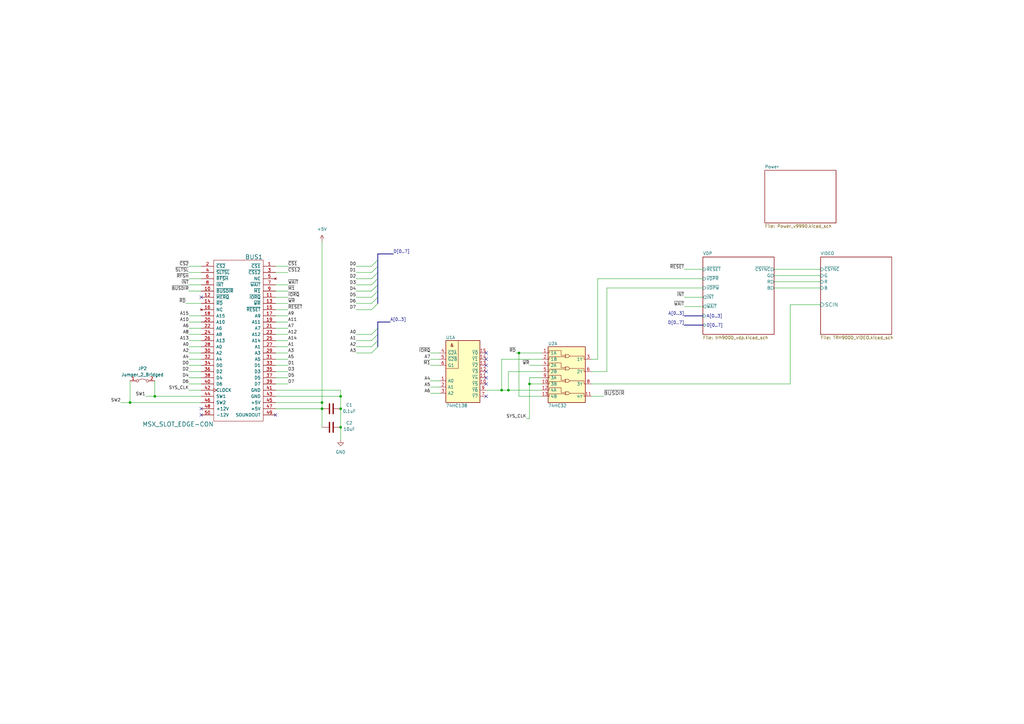
<source format=kicad_sch>
(kicad_sch (version 20230121) (generator eeschema)
  (paper "A3")
  (title_block (title "TRH9000") (date "2024-03-19") (rev "1.6") (company "The Retro Hacker") (comment 2 "Shared under CERN-OHL-S license") (comment 3 "TRH9000 - Open Source MSX Graphics Card based on the Yamaha V9990") (comment 4 "Designed  by: Cristiano Goncalves"))
  (lib_symbols
    (symbol "Device:C" (pin_numbers hide) (pin_names (offset 0.254))
      (property "Reference" "C" (at 0.635 2.54 0))
      (property "Value" "C" (at 0.635 -2.54 0))
      (symbol "C_0_1"
        (polyline (pts (xy -2.032 -0.762) (xy 2.032 -0.762)) (stroke (width 0.508)))
        (polyline (pts (xy -2.032 0.762) (xy 2.032 0.762)) (stroke (width 0.508)))
      )
      (symbol "C_1_1"
        (pin passive line (at 0 3.81 270) (length 2.794) (name "~") (number "1"))
        (pin passive line (at 0 -3.81 90) (length 2.794) (name "~") (number "2"))
      )
    )
    (symbol "Jumper:Jumper_2_Bridged" (pin_names (offset 0) hide)
      (property "Reference" "JP" (at 0 1.905 0))
      (property "Value" "Jumper_2_Bridged" (at 0 -2.54 0))
      (symbol "Jumper_2_Bridged_0_0"
        (circle (center -2.032 0) (radius 0.508))
        (circle (center 2.032 0) (radius 0.508))
      )
      (symbol "Jumper_2_Bridged_0_1"
        (arc (start 1.524 0.254) (mid 0 0.762) (end -1.524 0.254))
      )
      (symbol "Jumper_2_Bridged_1_1"
        (pin passive line (at -5.08 0 0) (length 2.54) (name "A") (number "1"))
        (pin passive line (at 5.08 0 180) (length 2.54) (name "B") (number "2"))
      )
    )
    (symbol "TRH9000:74VHC138" (pin_names (offset 0.762))
      (property "Reference" "U1" (at -6.35 13.97 0))
      (property "Value" "74VHC138" (at -6.35 -13.97 0))
      (symbol "74VHC138_1_0"
        (polyline (pts (xy -1.27 12.7) (xy -1.27 1.27) (xy -6.35 1.27) (xy -6.35 1.27)))
        (text "&" (at -3.81 10.795 0) (effects (font (size 1.27 1.27))))
      )
      (symbol "74VHC138_1_1"
        (rectangle (start -6.35 12.7) (end 7.62 -12.7) (stroke (width 0.254)) (fill (type background)))
        (pin input line (at -8.89 -3.81 0) (length 2.54) (name "A0") (number "1"))
        (pin output line (at 10.16 -5.08 180) (length 2.54) (name "~{Y5}") (number "10"))
        (pin output line (at 10.16 -2.54 180) (length 2.54) (name "~{Y4}") (number "11"))
        (pin output line (at 10.16 0 180) (length 2.54) (name "~{Y3}") (number "12"))
        (pin output line (at 10.16 2.54 180) (length 2.54) (name "~{Y2}") (number "13"))
        (pin output line (at 10.16 5.08 180) (length 2.54) (name "~{Y1}") (number "14"))
        (pin output line (at 10.16 7.62 180) (length 2.54) (name "~{Y0}") (number "15"))
        (pin input line (at -8.89 -6.35 0) (length 2.54) (name "A1") (number "2"))
        (pin input line (at -8.89 -8.89 0) (length 2.54) (name "A2") (number "3"))
        (pin input line (at -8.89 7.62 0) (length 2.54) (name "~{G2A}") (number "4"))
        (pin input line (at -8.89 5.08 0) (length 2.54) (name "~{G2B}") (number "5"))
        (pin input line (at -8.89 2.54 0) (length 2.54) (name "G1") (number "6"))
        (pin output line (at 10.16 -10.16 180) (length 2.54) (name "~{Y7}") (number "7"))
        (pin output line (at 10.16 -7.62 180) (length 2.54) (name "~{Y6}") (number "9"))
      )
      (symbol "74VHC138_2_0"
        (rectangle (start -2.54 5.08) (end 2.54 -5.08) (stroke (width 0.254)) (fill (type background)))
        (pin power_in line (at 0 7.62 270) (length 2.54) (name "VCC") (number "16"))
      )
      (symbol "74VHC138_2_1"
        (pin power_in line (at 0 -7.62 90) (length 2.54) (name "GND") (number "8"))
      )
    )
    (symbol "TRH9000:MSX_SLOT_EDGE-CON" (pin_names (offset 1.016)) (in_bom no)
      (property "Reference" "BUS1" (at -6.35 34.29 0))
      (property "Value" "MSX_SLOT_EDGE-CON" (at 10.16 -34.29 0))
      (symbol "MSX_SLOT_EDGE-CON_0_1"
        (rectangle (start -10.16 -33.02) (end 10.16 33.02))
      )
      (symbol "MSX_SLOT_EDGE-CON_1_1"
        (pin output line (at -15.24 30.48 0) (length 5.08) (name "~{CS1}") (number "1"))
        (pin bidirectional line (at 15.24 20.32 180) (length 5.08) (name "~{BUSDIR}") (number "10"))
        (pin output line (at -15.24 17.78 0) (length 5.08) (name "~{IORQ}") (number "11"))
        (pin input line (at 15.24 17.78 180) (length 5.08) (name "~{MERQ}") (number "12"))
        (pin output line (at -15.24 15.24 0) (length 5.08) (name "~{WR}") (number "13"))
        (pin output line (at 15.24 15.24 180) (length 5.08) (name "~{RD}") (number "14"))
        (pin output line (at -15.24 12.7 0) (length 5.08) (name "~{RESET}") (number "15"))
        (pin no_connect line (at 15.24 12.7 180) (length 5.08) (name "NC") (number "16"))
        (pin output line (at -15.24 10.16 0) (length 5.08) (name "A9") (number "17"))
        (pin output line (at 15.24 10.16 180) (length 5.08) (name "A15") (number "18"))
        (pin output line (at -15.24 7.62 0) (length 5.08) (name "A11") (number "19"))
        (pin output line (at 15.24 30.48 180) (length 5.08) (name "~{CS2}") (number "2"))
        (pin output line (at 15.24 7.62 180) (length 5.08) (name "A10") (number "20"))
        (pin output line (at -15.24 5.08 0) (length 5.08) (name "A7") (number "21"))
        (pin output line (at 15.24 5.08 180) (length 5.08) (name "A6") (number "22"))
        (pin output line (at -15.24 2.54 0) (length 5.08) (name "A12") (number "23"))
        (pin output line (at 15.24 2.54 180) (length 5.08) (name "A8") (number "24"))
        (pin output line (at -15.24 0 0) (length 5.08) (name "A14") (number "25"))
        (pin output line (at 15.24 0 180) (length 5.08) (name "A13") (number "26"))
        (pin output line (at -15.24 -2.54 0) (length 5.08) (name "A1") (number "27"))
        (pin output line (at 15.24 -2.54 180) (length 5.08) (name "A0") (number "28"))
        (pin output line (at -15.24 -5.08 0) (length 5.08) (name "A3") (number "29"))
        (pin output line (at -15.24 27.94 0) (length 5.08) (name "~{CS12}") (number "3"))
        (pin output line (at 15.24 -5.08 180) (length 5.08) (name "A2") (number "30"))
        (pin output line (at -15.24 -7.62 0) (length 5.08) (name "A5") (number "31"))
        (pin output line (at 15.24 -7.62 180) (length 5.08) (name "A4") (number "32"))
        (pin tri_state line (at -15.24 -10.16 0) (length 5.08) (name "D1") (number "33"))
        (pin tri_state line (at 15.24 -10.16 180) (length 5.08) (name "D0") (number "34"))
        (pin tri_state line (at -15.24 -12.7 0) (length 5.08) (name "D3") (number "35"))
        (pin tri_state line (at 15.24 -12.7 180) (length 5.08) (name "D2~{}") (number "36"))
        (pin tri_state line (at -15.24 -15.24 0) (length 5.08) (name "D5") (number "37"))
        (pin tri_state line (at 15.24 -15.24 180) (length 5.08) (name "D4") (number "38"))
        (pin tri_state line (at -15.24 -17.78 0) (length 5.08) (name "D7") (number "39"))
        (pin output line (at 15.24 27.94 180) (length 5.08) (name "~{SLTSL}") (number "4"))
        (pin tri_state line (at 15.24 -17.78 180) (length 5.08) (name "D6") (number "40"))
        (pin power_in line (at -15.24 -20.32 0) (length 5.08) (name "GND") (number "41"))
        (pin output clock (at 15.24 -20.32 180) (length 5.08) (name "CLOCK") (number "42"))
        (pin power_in line (at -15.24 -22.86 0) (length 5.08) (name "GND") (number "43"))
        (pin passive line (at 15.24 -22.86 180) (length 5.08) (name "SW1") (number "44"))
        (pin power_in line (at -15.24 -25.4 0) (length 5.08) (name "+5V") (number "45"))
        (pin passive line (at 15.24 -25.4 180) (length 5.08) (name "SW2") (number "46"))
        (pin power_in line (at -15.24 -27.94 0) (length 5.08) (name "+5V") (number "47"))
        (pin power_in line (at 15.24 -27.94 180) (length 5.08) (name "+12V") (number "48"))
        (pin output line (at -15.24 -30.48 0) (length 5.08) (name "SOUNDOUT") (number "49"))
        (pin no_connect line (at -15.24 25.4 0) (length 5.08) (name "NC") (number "5"))
        (pin power_in line (at 15.24 -30.48 180) (length 5.08) (name "-12V") (number "50"))
        (pin output line (at 15.24 25.4 180) (length 5.08) (name "~{RFSH}") (number "6"))
        (pin input line (at -15.24 22.86 0) (length 5.08) (name "~{WAIT}") (number "7"))
        (pin open_collector line (at 15.24 22.86 180) (length 5.08) (name "~{INT}") (number "8"))
        (pin output line (at -15.24 20.32 0) (length 5.08) (name "~{M1}") (number "9"))
      )
    )
    (symbol "TRH9000:T.I_SN74AHCT32D" (pin_names (offset 1))
      (property "Reference" "U5" (at -22.86 17.78 0))
      (property "Value" "T.I_SN74AHCT32D" (at -22.86 15.24 0))
      (symbol "T.I_SN74AHCT32D_1_1"
        (rectangle (start -7.62 12.7) (end 7.62 -10.16) (stroke (width 0.254)) (fill (type background)))
        (arc (start -0.635 -6.985) (mid -0.372 -6.35) (end -0.635 -5.715))
        (arc (start -0.635 -1.905) (mid -0.372 -1.27) (end -0.635 -0.635))
        (arc (start -0.635 3.175) (mid -0.372 3.81) (end -0.635 4.445))
        (arc (start -0.635 8.255) (mid -0.372 8.89) (end -0.635 9.525))
        (polyline (pts (xy -0.635 -6.604) (xy -0.508 -6.604)))
        (polyline (pts (xy -0.635 -6.096) (xy -0.508 -6.096)))
        (polyline (pts (xy -0.635 -1.524) (xy -0.508 -1.524)))
        (polyline (pts (xy -0.635 -1.016) (xy -0.508 -1.016)))
        (polyline (pts (xy -0.635 3.556) (xy -0.508 3.556)))
        (polyline (pts (xy -0.635 4.064) (xy -0.508 4.064)))
        (polyline (pts (xy -0.635 8.636) (xy -0.508 8.636)))
        (polyline (pts (xy -0.635 9.144) (xy -0.508 9.144)))
        (polyline (pts (xy 0.635 -6.985) (xy -0.635 -6.985)))
        (polyline (pts (xy 0.635 -5.715) (xy -0.635 -5.715)))
        (polyline (pts (xy 0.635 -1.905) (xy -0.635 -1.905)))
        (polyline (pts (xy 0.635 -0.635) (xy -0.635 -0.635)))
        (polyline (pts (xy 0.635 3.175) (xy -0.635 3.175)))
        (polyline (pts (xy 0.635 4.445) (xy -0.635 4.445)))
        (polyline (pts (xy 0.635 8.255) (xy -0.635 8.255)))
        (polyline (pts (xy 0.635 9.525) (xy -0.635 9.525)))
        (polyline (pts (xy 0.635 -5.715) (xy 1.27 -6.35) (xy 0.635 -6.985)))
        (polyline (pts (xy 0.635 -0.635) (xy 1.27 -1.27) (xy 0.635 -1.905)))
        (polyline (pts (xy 0.635 4.445) (xy 1.27 3.81) (xy 0.635 3.175)))
        (polyline (pts (xy 0.635 9.525) (xy 1.27 8.89) (xy 0.635 8.255)))
        (polyline (pts (xy -0.635 -6.096) (xy -2.286 -6.096) (xy -2.286 -4.064) (xy -3.81 -4.064)))
        (polyline (pts (xy -0.635 -1.016) (xy -2.286 -1.016) (xy -2.286 1.016) (xy -3.81 1.016)))
        (polyline (pts (xy -0.635 4.064) (xy -2.286 4.064) (xy -2.286 6.096) (xy -3.81 6.096)))
        (polyline (pts (xy -0.635 9.144) (xy -2.286 9.144) (xy -2.286 11.176) (xy -3.81 11.176)))
        (polyline (pts (xy -3.81 -4.064) (xy -3.81 -4.064) (xy -7.112 -4.064) (xy -7.112 -5.08) (xy -7.62 -5.08)))
        (polyline (pts (xy -3.81 1.016) (xy -3.81 1.016) (xy -7.112 1.016) (xy -7.112 0) (xy -7.62 0)))
        (polyline (pts (xy -3.81 6.096) (xy -3.81 6.096) (xy -7.112 6.096) (xy -7.112 5.08) (xy -7.62 5.08)))
        (polyline (pts (xy -3.81 11.176) (xy -3.81 11.176) (xy -7.112 11.176) (xy -7.112 10.16) (xy -7.62 10.16)))
        (polyline (pts (xy -0.635 -6.604) (xy -3.81 -6.604) (xy -7.112 -6.604) (xy -7.112 -7.62) (xy -7.62 -7.62)))
        (polyline (pts (xy -0.635 -1.524) (xy -3.81 -1.524) (xy -7.112 -1.524) (xy -7.112 -2.54) (xy -7.62 -2.54)))
        (polyline (pts (xy -0.635 3.556) (xy -3.81 3.556) (xy -7.112 3.556) (xy -7.112 2.54) (xy -7.62 2.54)))
        (polyline (pts (xy -0.635 8.636) (xy -3.81 8.636) (xy -7.112 8.636) (xy -7.112 7.62) (xy -7.62 7.62)))
        (polyline (pts (xy 1.27 -6.35) (xy 3.81 -6.35) (xy 7.112 -6.35) (xy 7.112 -7.62) (xy 7.62 -7.62)))
        (polyline (pts (xy 1.27 -1.27) (xy 3.81 -1.27) (xy 7.112 -1.27) (xy 7.112 -2.54) (xy 7.62 -2.54)))
        (polyline (pts (xy 1.27 3.81) (xy 3.81 3.81) (xy 7.112 3.81) (xy 7.112 2.54) (xy 7.62 2.54)))
        (polyline (pts (xy 1.27 8.89) (xy 3.81 8.89) (xy 7.112 8.89) (xy 7.112 7.62) (xy 7.62 7.62)))
        (pin input line (at -10.16 10.16 0) (length 2.54) (name "1A") (number "1"))
        (pin input line (at -10.16 -2.54 0) (length 2.54) (name "3B") (number "10"))
        (pin output line (at 10.16 -7.62 180) (length 2.54) (name "4Y") (number "11"))
        (pin input line (at -10.16 -5.08 0) (length 2.54) (name "4A") (number "12"))
        (pin input line (at -10.16 -7.62 0) (length 2.54) (name "4B") (number "13"))
        (pin input line (at -10.16 7.62 0) (length 2.54) (name "1B") (number "2"))
        (pin output line (at 10.16 7.62 180) (length 2.54) (name "1Y") (number "3"))
        (pin input line (at -10.16 5.08 0) (length 2.54) (name "2A") (number "4"))
        (pin input line (at -10.16 2.54 0) (length 2.54) (name "2B") (number "5"))
        (pin output line (at 10.16 2.54 180) (length 2.54) (name "2Y") (number "6"))
        (pin output line (at 10.16 -2.54 180) (length 2.54) (name "3Y") (number "8"))
        (pin input line (at -10.16 0 0) (length 2.54) (name "3A") (number "9"))
      )
      (symbol "T.I_SN74AHCT32D_2_0"
        (text "GND" (at 0 -1.27 0) (effects (font (size 1.27 1.27))))
        (text "VCC" (at 0 1.27 0) (effects (font (size 1.27 1.27))))
      )
      (symbol "T.I_SN74AHCT32D_2_1"
        (rectangle (start -2.54 2.54) (end 2.54 -2.54) (fill (type background)))
        (pin power_in line (at 0 5.08 270) (length 2.54) (name "VCC") (number "14"))
        (pin power_in line (at 0 -5.08 90) (length 2.54) (name "GND") (number "7"))
      )
    )
    (symbol "power:+5V" (power) (pin_names (offset 0))
      (property "Value" "+5V" (at 0 3.556 0))
      (symbol "+5V_0_1"
        (polyline (pts (xy -0.762 1.27) (xy 0 2.54)))
        (polyline (pts (xy 0 0) (xy 0 2.54)))
        (polyline (pts (xy 0 2.54) (xy 0.762 1.27)))
      )
      (symbol "+5V_1_1"
        (pin power_in line (at 0 0 90) (length 0) hide (name "+5V") (number "1"))
      )
    )
    (symbol "power:GND" (power) (pin_names (offset 0))
      (property "Value" "GND" (at 0 -3.81 0))
      (symbol "GND_0_1"
        (polyline (pts (xy 0 0) (xy 0 -1.27) (xy 1.27 -1.27) (xy 0 -2.54) (xy -1.27 -1.27) (xy 0 -1.27)))
      )
      (symbol "GND_1_1"
        (pin power_in line (at 0 0 270) (length 0) hide (name "GND") (number "1"))
      )
    )
  )
  (junction (at 208.534 160.02))
  (junction (at 139.7 175.26))
  (junction (at 139.7 167.64))
  (junction (at 132.08 167.64))
  (junction (at 205.74 160.02))
  (junction (at 132.08 165.1))
  (junction (at 53.34 165.1))
  (junction (at 212.852 144.78))
  (junction (at 63.5 162.56))
  (junction (at 217.17 157.48))
  (junction (at 139.7 162.56))
  (no_connect (at 82.55 121.92))
  (no_connect (at 199.39 152.4))
  (no_connect (at 199.39 162.56))
  (no_connect (at 199.39 144.78))
  (no_connect (at 199.39 147.32))
  (no_connect (at 199.39 154.94))
  (no_connect (at 199.39 157.48))
  (no_connect (at 199.39 149.86))
  (no_connect (at 82.55 167.64))
  (no_connect (at 82.55 170.18))
  (no_connect (at 113.03 170.18))
  (bus_entry (at 154.94 139.7) (size -2.54 2.54))
  (bus_entry (at 154.94 114.3) (size -2.54 2.54))
  (bus_entry (at 154.94 134.62) (size -2.54 2.54))
  (bus_entry (at 154.94 121.92) (size -2.54 2.54))
  (bus_entry (at 154.94 106.68) (size -2.54 2.54))
  (bus_entry (at 154.94 116.84) (size -2.54 2.54))
  (bus_entry (at 154.94 119.38) (size -2.54 2.54))
  (bus_entry (at 154.94 111.76) (size -2.54 2.54))
  (bus_entry (at 154.94 142.24) (size -2.54 2.54))
  (bus_entry (at 154.94 124.46) (size -2.54 2.54))
  (bus_entry (at 154.94 137.16) (size -2.54 2.54))
  (bus_entry (at 154.94 109.22) (size -2.54 2.54))
  (wire (pts (xy 113.03 157.48) (xy 118.11 157.48)))
  (wire (pts (xy 245.11 114.3) (xy 245.11 147.32)))
  (wire (pts (xy 215.9 171.704) (xy 217.17 171.704)))
  (wire (pts (xy 59.69 162.56) (xy 63.5 162.56)))
  (wire (pts (xy 242.57 147.32) (xy 245.11 147.32)))
  (wire (pts (xy 113.03 132.08) (xy 118.11 132.08)))
  (wire (pts (xy 205.74 147.32) (xy 222.25 147.32)))
  (wire (pts (xy 49.53 165.1) (xy 53.34 165.1)))
  (wire (pts (xy 113.03 134.62) (xy 118.11 134.62)))
  (wire (pts (xy 205.74 160.02) (xy 208.534 160.02)))
  (wire (pts (xy 113.03 165.1) (xy 132.08 165.1)))
  (bus (pts (xy 154.94 109.22) (xy 154.94 111.76)))
  (wire (pts (xy 77.47 149.86) (xy 82.55 149.86)))
  (bus (pts (xy 154.94 121.92) (xy 154.94 124.46)))
  (wire (pts (xy 113.03 142.24) (xy 118.11 142.24)))
  (wire (pts (xy 113.03 152.4) (xy 118.11 152.4)))
  (wire (pts (xy 113.03 147.32) (xy 118.11 147.32)))
  (wire (pts (xy 146.05 124.46) (xy 152.4 124.46)))
  (wire (pts (xy 317.5 115.57) (xy 336.55 115.57)))
  (wire (pts (xy 280.67 110.49) (xy 288.29 110.49)))
  (wire (pts (xy 146.05 111.76) (xy 152.4 111.76)))
  (wire (pts (xy 208.534 160.02) (xy 222.25 160.02)))
  (wire (pts (xy 146.05 109.22) (xy 152.4 109.22)))
  (wire (pts (xy 113.03 162.56) (xy 139.7 162.56)))
  (bus (pts (xy 280.67 129.54) (xy 288.29 129.54)))
  (wire (pts (xy 146.05 127) (xy 152.4 127)))
  (wire (pts (xy 248.92 152.4) (xy 242.57 152.4)))
  (wire (pts (xy 217.17 171.704) (xy 217.17 157.48)))
  (wire (pts (xy 139.7 167.64) (xy 139.7 175.26)))
  (wire (pts (xy 113.03 116.84) (xy 118.11 116.84)))
  (wire (pts (xy 77.47 137.16) (xy 82.55 137.16)))
  (wire (pts (xy 208.534 152.4) (xy 208.534 160.02)))
  (wire (pts (xy 212.852 144.78) (xy 222.25 144.78)))
  (bus (pts (xy 154.94 132.08) (xy 154.94 134.62)))
  (wire (pts (xy 146.05 144.78) (xy 152.4 144.78)))
  (bus (pts (xy 154.94 114.3) (xy 154.94 116.84)))
  (bus (pts (xy 161.29 104.14) (xy 154.94 104.14)))
  (bus (pts (xy 154.94 106.68) (xy 154.94 109.22)))
  (bus (pts (xy 154.94 116.84) (xy 154.94 119.38)))
  (wire (pts (xy 77.47 139.7) (xy 82.55 139.7)))
  (wire (pts (xy 146.05 142.24) (xy 152.4 142.24)))
  (wire (pts (xy 217.17 154.94) (xy 222.25 154.94)))
  (wire (pts (xy 77.47 157.48) (xy 82.55 157.48)))
  (wire (pts (xy 77.47 109.22) (xy 82.55 109.22)))
  (wire (pts (xy 176.53 147.32) (xy 180.34 147.32)))
  (wire (pts (xy 245.11 114.3) (xy 288.29 114.3)))
  (wire (pts (xy 176.53 156.21) (xy 180.34 156.21)))
  (wire (pts (xy 176.53 161.29) (xy 180.34 161.29)))
  (bus (pts (xy 154.94 139.7) (xy 154.94 142.24)))
  (wire (pts (xy 288.29 118.11) (xy 248.92 118.11)))
  (wire (pts (xy 63.5 156.21) (xy 63.5 162.56)))
  (wire (pts (xy 113.03 149.86) (xy 118.11 149.86)))
  (wire (pts (xy 146.05 137.16) (xy 152.4 137.16)))
  (wire (pts (xy 53.34 156.21) (xy 53.34 165.1)))
  (wire (pts (xy 113.03 127) (xy 118.11 127)))
  (wire (pts (xy 77.47 147.32) (xy 82.55 147.32)))
  (wire (pts (xy 132.08 99.06) (xy 132.08 165.1)))
  (wire (pts (xy 113.03 139.7) (xy 118.11 139.7)))
  (wire (pts (xy 317.5 118.11) (xy 336.55 118.11)))
  (wire (pts (xy 77.47 129.54) (xy 82.55 129.54)))
  (wire (pts (xy 77.47 154.94) (xy 82.55 154.94)))
  (wire (pts (xy 63.5 162.56) (xy 82.55 162.56)))
  (wire (pts (xy 247.65 162.56) (xy 242.57 162.56)))
  (wire (pts (xy 248.92 118.11) (xy 248.92 152.4)))
  (wire (pts (xy 113.03 111.76) (xy 118.11 111.76)))
  (wire (pts (xy 77.47 114.3) (xy 82.55 114.3)))
  (wire (pts (xy 77.47 134.62) (xy 82.55 134.62)))
  (wire (pts (xy 113.03 144.78) (xy 118.11 144.78)))
  (wire (pts (xy 113.03 154.94) (xy 118.11 154.94)))
  (wire (pts (xy 217.17 154.94) (xy 217.17 157.48)))
  (wire (pts (xy 113.03 119.38) (xy 118.11 119.38)))
  (wire (pts (xy 113.03 167.64) (xy 132.08 167.64)))
  (wire (pts (xy 211.582 144.78) (xy 212.852 144.78)))
  (wire (pts (xy 132.08 167.64) (xy 132.08 175.26)))
  (bus (pts (xy 280.67 133.35) (xy 288.29 133.35)))
  (wire (pts (xy 113.03 124.46) (xy 118.11 124.46)))
  (wire (pts (xy 77.47 144.78) (xy 82.55 144.78)))
  (wire (pts (xy 280.67 121.92) (xy 288.29 121.92)))
  (wire (pts (xy 217.17 157.48) (xy 222.25 157.48)))
  (wire (pts (xy 146.05 119.38) (xy 152.4 119.38)))
  (wire (pts (xy 199.39 160.02) (xy 205.74 160.02)))
  (wire (pts (xy 212.852 162.56) (xy 222.25 162.56)))
  (bus (pts (xy 154.94 137.16) (xy 154.94 139.7)))
  (wire (pts (xy 317.5 113.03) (xy 336.55 113.03)))
  (wire (pts (xy 76.2 124.46) (xy 82.55 124.46)))
  (wire (pts (xy 324.104 124.968) (xy 324.104 157.48)))
  (wire (pts (xy 336.55 124.968) (xy 324.104 124.968)))
  (wire (pts (xy 139.7 175.26) (xy 139.7 180.34)))
  (bus (pts (xy 154.94 111.76) (xy 154.94 114.3)))
  (wire (pts (xy 113.03 129.54) (xy 118.11 129.54)))
  (wire (pts (xy 77.47 132.08) (xy 82.55 132.08)))
  (wire (pts (xy 77.47 111.76) (xy 82.55 111.76)))
  (wire (pts (xy 217.17 149.86) (xy 222.25 149.86)))
  (bus (pts (xy 154.94 104.14) (xy 154.94 106.68)))
  (wire (pts (xy 212.852 144.78) (xy 212.852 162.56)))
  (wire (pts (xy 280.67 125.73) (xy 288.29 125.73)))
  (wire (pts (xy 113.03 109.22) (xy 118.11 109.22)))
  (wire (pts (xy 176.53 149.86) (xy 180.34 149.86)))
  (wire (pts (xy 146.05 116.84) (xy 152.4 116.84)))
  (wire (pts (xy 77.47 116.84) (xy 82.55 116.84)))
  (wire (pts (xy 205.74 147.32) (xy 205.74 160.02)))
  (wire (pts (xy 242.57 157.48) (xy 324.104 157.48)))
  (wire (pts (xy 146.05 114.3) (xy 152.4 114.3)))
  (wire (pts (xy 77.47 160.02) (xy 82.55 160.02)))
  (wire (pts (xy 317.5 110.49) (xy 336.55 110.49)))
  (wire (pts (xy 77.47 152.4) (xy 82.55 152.4)))
  (wire (pts (xy 139.7 162.56) (xy 139.7 167.64)))
  (bus (pts (xy 154.94 137.16) (xy 154.94 134.62)))
  (wire (pts (xy 146.05 139.7) (xy 152.4 139.7)))
  (wire (pts (xy 113.03 137.16) (xy 118.11 137.16)))
  (wire (pts (xy 139.7 160.02) (xy 139.7 162.56)))
  (wire (pts (xy 53.34 165.1) (xy 82.55 165.1)))
  (bus (pts (xy 154.94 119.38) (xy 154.94 121.92)))
  (wire (pts (xy 208.534 152.4) (xy 222.25 152.4)))
  (wire (pts (xy 77.47 142.24) (xy 82.55 142.24)))
  (wire (pts (xy 113.03 160.02) (xy 139.7 160.02)))
  (wire (pts (xy 132.08 165.1) (xy 132.08 167.64)))
  (wire (pts (xy 176.53 158.75) (xy 180.34 158.75)))
  (bus (pts (xy 154.94 132.08) (xy 160.02 132.08)))
  (wire (pts (xy 146.05 121.92) (xy 152.4 121.92)))
  (wire (pts (xy 77.47 119.38) (xy 82.55 119.38)))
  (wire (pts (xy 176.53 144.78) (xy 180.34 144.78)))
  (wire (pts (xy 113.03 121.92) (xy 118.11 121.92)))
  (label "~{WAIT}" (at 118.11 116.84 0))
  (label "~{RESET}" (at 280.67 110.49 180))
  (label "A7" (at 118.11 134.62 0))
  (label "SYS_CLK" (at 77.47 160.02 180))
  (label "SYS_CLK" (at 215.9 171.704 180))
  (label "~{WR}" (at 217.17 149.86 180))
  (label "A2" (at 146.05 142.24 180))
  (label "~{M1}" (at 176.53 149.86 180))
  (label "D5" (at 118.11 154.94 0))
  (label "A8" (at 77.47 137.16 180))
  (label "A3" (at 146.05 144.78 180))
  (label "A0" (at 146.05 137.16 180))
  (label "A6" (at 176.53 161.29 180))
  (label "A9" (at 118.11 129.54 0))
  (label "~{RD}" (at 211.582 144.78 180))
  (label "A5" (at 118.11 147.32 0))
  (label "A2" (at 77.47 144.78 180))
  (label "A6" (at 77.47 134.62 180))
  (label "A[0..3]" (at 160.02 132.08 0))
  (label "~{BUSDIR}" (at 247.65 162.56 0) (effects (font (size 1.524 1.524))))
  (label "~{RD}" (at 76.2 124.46 180))
  (label "~{RFSH}" (at 77.47 114.3 180))
  (label "D7" (at 146.05 127 180))
  (label "D[0..7]" (at 161.29 104.14 0))
  (label "A[0..3]" (at 280.67 129.54 180))
  (label "~{CS1}" (at 118.11 109.22 0))
  (label "A1" (at 146.05 139.7 180))
  (label "~{WR}" (at 118.11 124.46 0))
  (label "~{INT}" (at 77.47 116.84 180))
  (label "A14" (at 118.11 139.7 0))
  (label "A5" (at 176.53 158.75 180))
  (label "D5" (at 146.05 121.92 180))
  (label "~{M1}" (at 118.11 119.38 0))
  (label "A7" (at 176.53 147.32 180))
  (label "A4" (at 176.53 156.21 180))
  (label "A13" (at 77.47 139.7 180))
  (label "~{INT}" (at 280.67 121.92 180))
  (label "~{IORQ}" (at 118.11 121.92 0))
  (label "A11" (at 118.11 132.08 0))
  (label "D4" (at 146.05 119.38 180))
  (label "A4" (at 77.47 147.32 180))
  (label "SW1" (at 59.69 162.56 180))
  (label "D[0..7]" (at 280.67 133.35 180))
  (label "A15" (at 77.47 129.54 180))
  (label "D0" (at 77.47 149.86 180))
  (label "SW2" (at 49.53 165.1 180))
  (label "~{WAIT}" (at 280.67 125.73 180))
  (label "A3" (at 118.11 144.78 0))
  (label "D7" (at 118.11 157.48 0))
  (label "D0" (at 146.05 109.22 180))
  (label "A1" (at 118.11 142.24 0))
  (label "~{CS2}" (at 77.47 109.22 180))
  (label "D2" (at 146.05 114.3 180))
  (label "D6" (at 146.05 124.46 180))
  (label "~{BUSDIR}" (at 77.47 119.38 180))
  (label "D1" (at 146.05 111.76 180))
  (label "D2" (at 77.47 152.4 180))
  (label "D3" (at 118.11 152.4 0))
  (label "~{IORQ}" (at 176.53 144.78 180))
  (label "~{SLTSL}" (at 77.47 111.76 180))
  (label "D3" (at 146.05 116.84 180))
  (label "~{RESET}" (at 118.11 127 0))
  (label "A0" (at 77.47 142.24 180))
  (label "A10" (at 77.47 132.08 180))
  (label "~{CS12}" (at 118.11 111.76 0))
  (label "D1" (at 118.11 149.86 0))
  (label "D6" (at 77.47 157.48 180))
  (label "D4" (at 77.47 154.94 180))
  (label "A12" (at 118.11 137.16 0))
  (symbol (lib_id "Device:C") (at 135.89 175.26 90) (unit 1)
    (property "Reference" "C2" (at 143.256 173.482 90))
    (property "Value" "10uF" (at 143.256 176.022 90))
    (property "Footprint" "Capacitor_SMD:C_0805_2012Metric" (effects hide))
  )
  (symbol (lib_id "Device:C") (at 135.89 167.64 90) (unit 1)
    (property "Reference" "C1" (at 143.256 166.116 90))
    (property "Value" "0.1uF" (at 143.256 168.656 90))
    (property "Footprint" "Capacitor_SMD:C_0805_2012Metric" (effects hide))
  )
  (symbol (lib_id "TRH9000:T.I_SN74AHCT32D") (at 232.41 154.94 0) (unit 1)
    (property "Reference" "U2" (at 224.79 140.97 0) (effects (justify left)))
    (property "Value" "74HC32" (at 224.79 166.37 0) (effects (justify left)))
    (property "Footprint" "Package_SO:SO-14_3.9x8.65mm_P1.27mm" (effects hide))
    (property "Datasheet" "https://www.ti.com/general/docs/suppproductinfo.tsp?distId=10&gotoUrl=https%3A%2F%2Fwww.ti.com%2Flit%2Fgpn%2Fsn74ahct32" (effects hide))
    (property "MPN" "74HC32" (effects hide))
    (property "DK_Detail_Page" "https://www.digikey.se/en/products/detail/texas-instruments/SN74AHCT32DGVR/376444" (effects hide))
    (property "Description" "OR Gate, 4 Channel, 14-TVSOP, 7.9nS" (effects hide))
    (property "Manufacturer" "Texas Instruments" (effects hide))
    (property "Status" "Active" (effects hide))
  )
  (symbol (lib_id "power:GND") (at 139.7 180.34 0) (unit 1)
    (property "Reference" "#PWR02" (effects hide))
    (property "Value" "GND" (at 139.7 185.42 0))
  )
  (symbol (lib_id "Jumper:Jumper_2_Bridged") (at 58.42 156.21 0) (unit 1)
    (property "Reference" "JP2" (at 58.42 151.13 0))
    (property "Value" "Jumper_2_Bridged" (at 58.42 153.67 0))
    (property "Footprint" "Jumper:SolderJumper-2_P1.3mm_Bridged_Pad1.0x1.5mm" (effects hide))
  )
  (symbol (lib_id "TRH9000:MSX_SLOT_EDGE-CON") (at 97.79 139.7 0) (mirror y) (unit 1) (in_bom no)
    (property "Reference" "BUS1" (at 104.14 105.41 0) (effects (font (size 1.778 1.778))))
    (property "Value" "MSX_SLOT_EDGE-CON" (at 87.63 173.99 0) (effects (font (size 1.778 1.778)) (justify left)))
    (property "Footprint" "trh9000:msx_cartridge" (effects hide))
    (property "Datasheet" "https://www.msx.org/wiki/MSX_Cartridge_slot#Pinout_of_Standard_MSX_Cartridge_slot" (effects hide))
    (property "Manufacturer" "n/a" (effects hide))
    (property "MPN" "n/a" (effects hide))
  )
  (symbol (lib_id "TRH9000:74VHC138") (at 189.23 152.4 0) (unit 1)
    (property "Reference" "U1" (at 182.88 138.43 0) (effects (justify left)))
    (property "Value" "74HC138" (at 182.88 166.37 0) (effects (justify left)))
    (property "Footprint" "Package_SO:SO-16_3.9x9.9mm_P1.27mm" (effects hide))
    (property "Datasheet" "https://media.digikey.com/pdf/Data%20Sheets/Toshiba%20PDFs/TC74VHC138F,FN,FT,FK.pdf" (effects hide))
    (property "MPN" "74HC138" (effects hide))
    (property "Manufacturer" " Toshiba Semiconductor and Storage" (effects hide))
  )
  (symbol (lib_id "power:+5V") (at 132.08 99.06 0) (unit 1)
    (property "Reference" "#PWR01" (effects hide))
    (property "Value" "+5V" (at 132.08 93.98 0))
  )
  (sheet (at 313.69 69.85) (size 29.21 21.59) (stroke (width 0.1524))
    (property "Sheetname" "Power" (at 313.69 69.1384 0) (effects (justify left bottom)))
    (property "Sheetfile" "Power_v9990.kicad_sch" (at 313.69 92.0246 0) (effects (justify left top)))
  )
  (sheet (at 288.29 105.41) (size 29.21 31.75) (stroke (width 0.1524))
    (property "Sheetname" "VDP" (at 288.29 104.6984 0) (effects (justify left bottom)))
    (property "Sheetfile" "trh9000_vdp.kicad_sch" (at 288.29 137.7446 0) (effects (justify left top)))
    (pin "~{RESET}" input (at 288.29 110.49 180))
    (pin "G" output (at 317.5 113.03 0))
    (pin "R" output (at 317.5 115.57 0))
    (pin "B" output (at 317.5 118.11 0))
    (pin "~{VDPR}" input (at 288.29 114.3 180))
    (pin "~{VDPW}" input (at 288.29 118.11 180))
    (pin "~{INT}" output (at 288.29 121.92 180))
    (pin "~{WAIT}" output (at 288.29 125.73 180))
    (pin "~{CSYNC}" output (at 317.5 110.49 0))
    (pin "D[0..7]" bidirectional (at 288.29 133.35 180))
    (pin "A[0..3]" input (at 288.29 129.54 180))
  )
  (sheet (at 336.55 105.41) (size 29.21 31.75) (stroke (width 0.1524))
    (property "Sheetname" "VIDEO" (at 336.55 104.6984 0) (effects (justify left bottom)))
    (property "Sheetfile" "TRH9000_VIDEO.kicad_sch" (at 336.55 137.7446 0) (effects (justify left top)))
    (pin "~{CSYNC}" input (at 336.55 110.49 180))
    (pin "G" input (at 336.55 113.03 180))
    (pin "B" input (at 336.55 118.11 180))
    (pin "R" input (at 336.55 115.57 180))
    (pin "SCIN" input (at 336.55 124.968 180) (effects (font (size 1.524 1.524))))
  )
)
</source>
